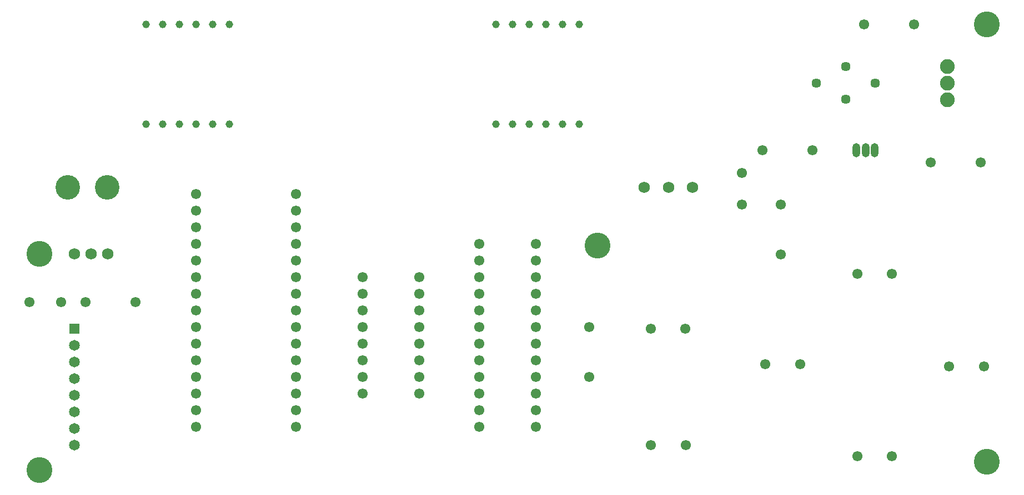
<source format=gbs>
G04*
G04 #@! TF.GenerationSoftware,Altium Limited,Altium Designer,18.1.7 (191)*
G04*
G04 Layer_Color=16711935*
%FSLAX25Y25*%
%MOIN*%
G70*
G01*
G75*
%ADD21C,0.14764*%
%ADD22C,0.06496*%
%ADD23R,0.06496X0.06496*%
%ADD24C,0.06102*%
%ADD25C,0.04528*%
%ADD26C,0.06890*%
%ADD27C,0.08858*%
%ADD28C,0.05709*%
%ADD29O,0.04921X0.08465*%
%ADD30O,0.04921X0.08465*%
%ADD31C,0.15551*%
D21*
X32500Y185000D02*
D03*
X56122D02*
D03*
D22*
X36500Y60000D02*
D03*
Y50000D02*
D03*
Y40000D02*
D03*
Y30000D02*
D03*
Y90000D02*
D03*
Y80000D02*
D03*
Y70000D02*
D03*
D23*
Y100000D02*
D03*
D24*
X345500Y71000D02*
D03*
Y101000D02*
D03*
X243516Y61000D02*
D03*
Y71000D02*
D03*
Y81000D02*
D03*
Y91000D02*
D03*
Y101000D02*
D03*
Y111000D02*
D03*
Y121000D02*
D03*
Y131000D02*
D03*
X209500Y61000D02*
D03*
Y71000D02*
D03*
Y81000D02*
D03*
Y91000D02*
D03*
Y101000D02*
D03*
Y111000D02*
D03*
Y121000D02*
D03*
Y131000D02*
D03*
X313516Y41000D02*
D03*
Y51000D02*
D03*
Y61000D02*
D03*
Y71000D02*
D03*
Y81000D02*
D03*
Y91000D02*
D03*
Y101000D02*
D03*
Y111000D02*
D03*
Y121000D02*
D03*
Y131000D02*
D03*
Y141000D02*
D03*
Y151000D02*
D03*
X279500Y41000D02*
D03*
Y51000D02*
D03*
Y61000D02*
D03*
Y71000D02*
D03*
Y81000D02*
D03*
Y91000D02*
D03*
Y101000D02*
D03*
Y111000D02*
D03*
Y121000D02*
D03*
Y131000D02*
D03*
Y141000D02*
D03*
Y151000D02*
D03*
X169500Y181000D02*
D03*
Y171000D02*
D03*
Y161000D02*
D03*
Y41000D02*
D03*
Y51000D02*
D03*
Y61000D02*
D03*
Y71000D02*
D03*
Y81000D02*
D03*
Y91000D02*
D03*
Y101000D02*
D03*
Y111000D02*
D03*
Y121000D02*
D03*
Y131000D02*
D03*
Y141000D02*
D03*
Y151000D02*
D03*
X109500D02*
D03*
Y141000D02*
D03*
Y131000D02*
D03*
Y121000D02*
D03*
Y111000D02*
D03*
Y101000D02*
D03*
Y91000D02*
D03*
Y81000D02*
D03*
Y71000D02*
D03*
Y61000D02*
D03*
Y51000D02*
D03*
Y41000D02*
D03*
Y161000D02*
D03*
Y171000D02*
D03*
Y181000D02*
D03*
X9500Y116000D02*
D03*
X28493Y116001D02*
D03*
X73201Y116000D02*
D03*
X43201D02*
D03*
X561524Y77500D02*
D03*
X582390D02*
D03*
X506405Y23622D02*
D03*
X527272D02*
D03*
X540500Y283000D02*
D03*
X510500D02*
D03*
X506405Y133000D02*
D03*
X527272D02*
D03*
X451287Y78740D02*
D03*
X472154D02*
D03*
X382634Y30000D02*
D03*
X403500D02*
D03*
X382384Y100250D02*
D03*
X403250D02*
D03*
X460500Y174806D02*
D03*
Y144807D02*
D03*
X580500Y200000D02*
D03*
X550500D02*
D03*
X479501Y207500D02*
D03*
X449501D02*
D03*
X437209Y174806D02*
D03*
X437208Y193800D02*
D03*
D25*
X339500Y223000D02*
D03*
X329500D02*
D03*
X319500D02*
D03*
X289500D02*
D03*
X299500D02*
D03*
X309500D02*
D03*
X319500Y283000D02*
D03*
X329500D02*
D03*
X339500D02*
D03*
X309500D02*
D03*
X299500D02*
D03*
X289500D02*
D03*
X79500D02*
D03*
X89500D02*
D03*
X99500D02*
D03*
X129500D02*
D03*
X119500D02*
D03*
X109500D02*
D03*
X99500Y223000D02*
D03*
X89500D02*
D03*
X79500D02*
D03*
X109500D02*
D03*
X119500D02*
D03*
X129500D02*
D03*
D26*
X407567Y185000D02*
D03*
X393000D02*
D03*
X378433D02*
D03*
X56500Y145000D02*
D03*
X46500D02*
D03*
X36500D02*
D03*
D27*
X560500Y257685D02*
D03*
Y247685D02*
D03*
Y237685D02*
D03*
D28*
X481783Y247843D02*
D03*
X517216D02*
D03*
X499500Y238000D02*
D03*
Y257685D02*
D03*
D29*
X505905Y207500D02*
D03*
X516905D02*
D03*
D30*
X511406D02*
D03*
D31*
X584284Y20000D02*
D03*
Y283000D02*
D03*
X15500Y145000D02*
D03*
Y15000D02*
D03*
X350500Y150000D02*
D03*
M02*

</source>
